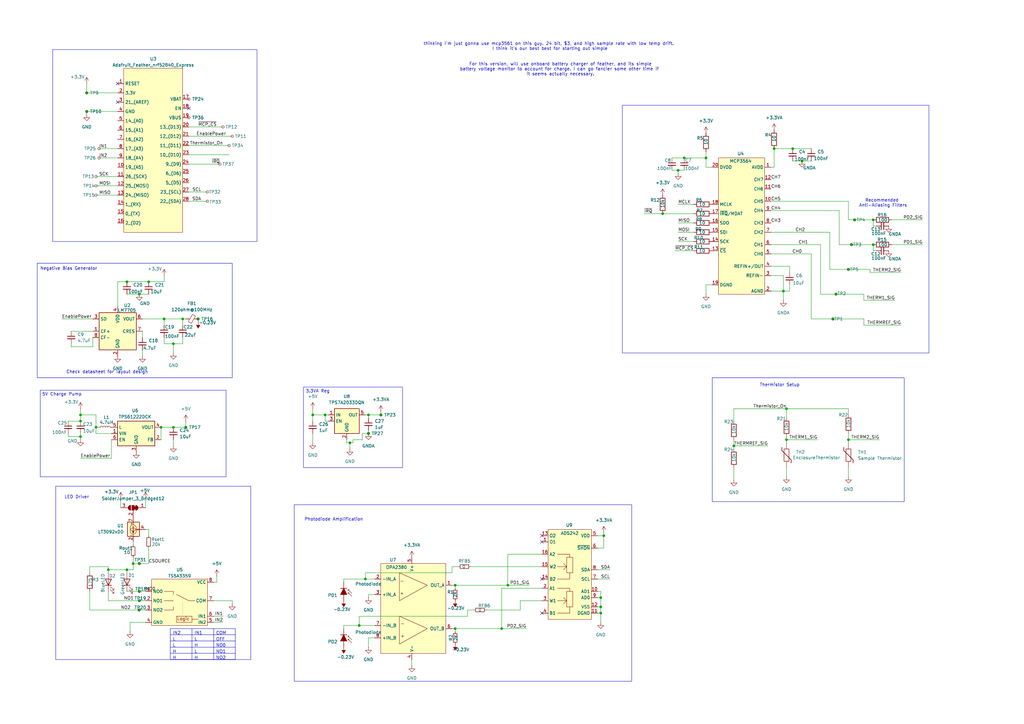
<source format=kicad_sch>
(kicad_sch (version 20250114) (generator "eeschema") (generator_version "9.0")
  (paper "A3")
  (rectangle (start 21.59 20.32) (end 105.41 99.06))
  (rectangle (start 120.65 207.01) (end 259.08 279.4))
  (rectangle (start 22.86 199.39) (end 102.87 270.51))
  (rectangle (start 255.27 43.18) (end 381 144.78))
  (rectangle (start 16.51 160.02) (end 92.71 195.58))
  (rectangle (start 124.46 158.75) (end 165.1 191.77))
  (rectangle (start 15.24 107.95) (end 95.25 154.94))
  (rectangle (start 292.1 154.94) (end 370.84 205.74))
  (text "For this version, will use onboard battery charger of feather, and its simple\nbattery voltage monitor to account for charge. I can go fancier some other time if \nit seems actually necessary.\n\n\n" (at 229.87 30.48 0) (effects (font (size 1.27 1.27))))
  (text "Check datasheet for layout design" (at 43.942 152.654 0) (effects (font (size 1.27 1.27))))
  (text "Photodiode Amplification" (at 136.906 213.106 0) (effects (font (size 1.27 1.27))))
  (text "3.3VA Reg" (at 130.302 160.528 0) (effects (font (size 1.27 1.27))))
  (text "Recommended \nAnti-Aliasing Filters\n" (at 362.204 83.312 0) (effects (font (size 1.27 1.27))))
  (text "thinking I'm just gonna use mcp3561 on this guy. 24 bit, $3, and high sample rate with low temp drift. \nI think it's our best best for starting out simple" (at 225.552 19.05 0) (effects (font (size 1.27 1.27))))
  (text "LED Driver" (at 31.496 203.962 0) (effects (font (size 1.27 1.27))))
  (text "5V Charge Pump" (at 25.4 161.798 0) (effects (font (size 1.27 1.27))))
  (text "Negative Bias Generator" (at 28.194 110.236 0) (effects (font (size 1.27 1.27))))
  (text "Thermistor Setup" (at 319.786 157.988 0) (effects (font (size 1.27 1.27))))
  (junction (at 57.15 246.38))
  (junction (at 208.28 240.03))
  (junction (at 247.65 219.71))
  (junction (at 66.04 175.26))
  (junction (at 278.13 69.85))
  (junction (at 289.56 64.77))
  (junction (at 205.74 257.81))
  (junction (at 76.2 175.26))
  (junction (at 341.63 130.81))
  (junction (at 44.45 233.68))
  (junction (at 54.61 231.14))
  (junction (at 321.31 119.38))
  (junction (at 156.21 170.18))
  (junction (at 35.56 38.1))
  (junction (at 328.93 66.04))
  (junction (at 350.52 90.17))
  (junction (at 57.15 231.14))
  (junction (at 317.5 60.96))
  (junction (at 33.02 179.07))
  (junction (at 57.0635 250.19))
  (junction (at 186.69 240.03))
  (junction (at 52.07 115.57))
  (junction (at 57.15 120.65))
  (junction (at 71.12 175.26))
  (junction (at 342.9 120.65))
  (junction (at 151.13 177.8))
  (junction (at 74.93 130.81))
  (junction (at 33.02 170.18))
  (junction (at 246.38 251.46))
  (junction (at 246.38 248.92))
  (junction (at 246.38 245.11))
  (junction (at 358.14 100.33))
  (junction (at 128.27 170.18))
  (junction (at 33.02 172.72))
  (junction (at 347.98 110.49))
  (junction (at 349.25 100.33))
  (junction (at 325.12 60.96))
  (junction (at 143.51 181.61))
  (junction (at 147.32 256.54))
  (junction (at 71.12 140.97))
  (junction (at 271.78 87.63))
  (junction (at 149.86 237.49))
  (junction (at 39.37 175.26))
  (junction (at 151.13 170.18))
  (junction (at 81.28 130.81))
  (junction (at 60.96 115.57))
  (junction (at 322.58 180.34))
  (junction (at 347.98 180.34))
  (junction (at 280.67 64.77))
  (junction (at 57.15 242.57))
  (junction (at 300.99 182.88))
  (junction (at 52.07 233.68))
  (junction (at 67.31 130.81))
  (junction (at 35.56 45.72))
  (junction (at 322.58 167.64))
  (junction (at 133.35 170.18))
  (junction (at 186.69 257.81))
  (junction (at 358.14 90.17))
  (no_connect (at 48.26 41.91))
  (no_connect (at 48.26 34.29))
  (no_connect (at 222.25 251.46))
  (no_connect (at 222.25 222.25))
  (no_connect (at 222.25 237.49))
  (no_connect (at 222.25 219.71))
  (no_connect (at 77.47 44.45))
  (wire (pts (xy 67.31 113.03) (xy 67.31 115.57)))
  (wire (pts (xy 186.69 257.81) (xy 186.69 259.08)))
  (wire (pts (xy 340.36 110.49) (xy 347.98 110.49)))
  (wire (pts (xy 144.78 180.34) (xy 148.59 180.34)))
  (wire (pts (xy 36.83 250.19) (xy 57.0635 250.19)))
  (wire (pts (xy 88.9 238.76) (xy 88.9 236.22)))
  (wire (pts (xy 222.25 241.3) (xy 205.74 241.3)))
  (wire (pts (xy 140.97 237.49) (xy 149.86 237.49)))
  (wire (pts (xy 57.15 120.65) (xy 60.96 120.65)))
  (wire (pts (xy 52.07 233.68) (xy 52.07 234.95)))
  (wire (pts (xy 95.25 246.38) (xy 95.25 247.65)))
  (wire (pts (xy 77.47 67.31) (xy 90.17 67.31)))
  (wire (pts (xy 67.31 130.81) (xy 74.93 130.81)))
  (wire (pts (xy 67.31 115.57) (xy 60.96 115.57)))
  (wire (pts (xy 205.74 241.3) (xy 205.74 257.81)))
  (wire (pts (xy 185.42 240.03) (xy 186.69 240.03)))
  (wire (pts (xy 57.0635 250.19) (xy 59.69 250.19)))
  (wire (pts (xy 300.99 182.88) (xy 314.96 182.88)))
  (wire (pts (xy 317.5 68.58) (xy 316.23 68.58)))
  (wire (pts (xy 247.65 219.71) (xy 245.11 219.71)))
  (wire (pts (xy 52.07 233.68) (xy 44.45 233.68)))
  (wire (pts (xy 365.76 90.17) (xy 378.46 90.17)))
  (wire (pts (xy 354.33 133.35) (xy 369.57 133.35)))
  (wire (pts (xy 246.38 245.11) (xy 245.11 245.11)))
  (wire (pts (xy 52.07 115.57) (xy 48.26 115.57)))
  (wire (pts (xy 87.63 255.27) (xy 91.44 255.27)))
  (wire (pts (xy 128.27 170.18) (xy 133.35 170.18)))
  (wire (pts (xy 300.99 180.34) (xy 300.99 182.88)))
  (wire (pts (xy 275.59 69.85) (xy 278.13 69.85)))
  (wire (pts (xy 39.37 175.26) (xy 40.64 175.26)))
  (wire (pts (xy 77.47 78.74) (xy 85.09 78.74)))
  (wire (pts (xy 186.69 257.81) (xy 205.74 257.81)))
  (wire (pts (xy 148.59 177.8) (xy 151.13 177.8)))
  (wire (pts (xy 185.42 234.95) (xy 185.42 232.41)))
  (wire (pts (xy 316.23 82.55) (xy 347.98 82.55)))
  (wire (pts (xy 278.13 69.85) (xy 280.67 69.85)))
  (wire (pts (xy 128.27 170.18) (xy 128.27 172.72)))
  (wire (pts (xy 245.11 224.79) (xy 247.65 224.79)))
  (wire (pts (xy 247.65 219.71) (xy 247.65 224.79)))
  (wire (pts (xy 275.59 64.77) (xy 280.67 64.77)))
  (wire (pts (xy 325.12 66.04) (xy 328.93 66.04)))
  (wire (pts (xy 81.28 130.81) (xy 81.28 132.08)))
  (wire (pts (xy 246.38 245.11) (xy 246.38 248.92)))
  (wire (pts (xy 245.11 233.68) (xy 250.19 233.68)))
  (wire (pts (xy 322.58 180.34) (xy 335.28 180.34)))
  (wire (pts (xy 185.42 257.81) (xy 186.69 257.81)))
  (wire (pts (xy 153.67 261.62) (xy 151.13 261.62)))
  (wire (pts (xy 128.27 177.8) (xy 128.27 181.61)))
  (wire (pts (xy 316.23 104.14) (xy 332.74 104.14)))
  (wire (pts (xy 347.98 180.34) (xy 347.98 181.61)))
  (wire (pts (xy 66.04 175.26) (xy 71.12 175.26)))
  (wire (pts (xy 340.36 110.49) (xy 340.36 95.25)))
  (wire (pts (xy 289.56 116.84) (xy 289.56 120.65)))
  (wire (pts (xy 53.34 255.27) (xy 53.34 259.08)))
  (wire (pts (xy 340.36 95.25) (xy 316.23 95.25)))
  (wire (pts (xy 149.86 234.95) (xy 149.86 237.49)))
  (wire (pts (xy 74.93 140.97) (xy 71.12 140.97)))
  (wire (pts (xy 246.38 242.57) (xy 246.38 245.11)))
  (wire (pts (xy 317.5 60.96) (xy 325.12 60.96)))
  (wire (pts (xy 354.33 123.19) (xy 367.03 123.19)))
  (wire (pts (xy 38.1 130.81) (xy 25.4 130.81)))
  (wire (pts (xy 316.23 109.22) (xy 323.85 109.22)))
  (wire (pts (xy 151.13 176.53) (xy 151.13 177.8)))
  (wire (pts (xy 67.31 138.43) (xy 67.31 140.97)))
  (wire (pts (xy 246.38 248.92) (xy 246.38 251.46)))
  (wire (pts (xy 316.23 113.03) (xy 321.31 113.03)))
  (wire (pts (xy 52.07 120.65) (xy 57.15 120.65)))
  (wire (pts (xy 213.36 246.38) (xy 213.36 250.19)))
  (wire (pts (xy 35.56 45.72) (xy 35.56 46.99)))
  (wire (pts (xy 151.13 243.84) (xy 151.13 245.11)))
  (wire (pts (xy 147.32 252.73) (xy 147.32 256.54)))
  (wire (pts (xy 45.72 187.96) (xy 45.72 180.34)))
  (wire (pts (xy 289.56 68.58) (xy 292.1 68.58)))
  (wire (pts (xy 67.31 130.81) (xy 67.31 133.35)))
  (wire (pts (xy 128.27 167.64) (xy 128.27 170.18)))
  (wire (pts (xy 354.33 130.81) (xy 354.33 133.35)))
  (wire (pts (xy 44.45 233.68) (xy 44.45 234.95)))
  (wire (pts (xy 151.13 170.18) (xy 151.13 171.45)))
  (wire (pts (xy 156.21 168.91) (xy 156.21 170.18)))
  (wire (pts (xy 44.45 232.41) (xy 36.83 232.41)))
  (wire (pts (xy 54.61 228.6) (xy 54.61 231.14)))
  (wire (pts (xy 316.23 100.33) (xy 336.55 100.33)))
  (wire (pts (xy 39.37 72.39) (xy 48.26 72.39)))
  (wire (pts (xy 71.12 140.97) (xy 67.31 140.97)))
  (wire (pts (xy 322.58 180.34) (xy 322.58 181.61)))
  (wire (pts (xy 54.61 233.68) (xy 54.61 231.14)))
  (wire (pts (xy 39.37 80.01) (xy 48.26 80.01)))
  (wire (pts (xy 144.78 181.61) (xy 143.51 181.61)))
  (wire (pts (xy 87.63 252.73) (xy 91.44 252.73)))
  (wire (pts (xy 332.74 130.81) (xy 341.63 130.81)))
  (wire (pts (xy 66.04 175.26) (xy 66.04 180.34)))
  (wire (pts (xy 39.37 175.26) (xy 39.37 177.8)))
  (wire (pts (xy 322.58 191.77) (xy 322.58 195.58)))
  (wire (pts (xy 168.91 270.51) (xy 168.91 273.05)))
  (wire (pts (xy 347.98 180.34) (xy 360.68 180.34)))
  (wire (pts (xy 328.93 66.04) (xy 332.74 66.04)))
  (wire (pts (xy 292.1 116.84) (xy 289.56 116.84)))
  (wire (pts (xy 347.98 90.17) (xy 350.52 90.17)))
  (wire (pts (xy 45.72 177.8) (xy 39.37 177.8)))
  (wire (pts (xy 74.93 130.81) (xy 76.2 130.81)))
  (wire (pts (xy 276.86 102.87) (xy 284.48 102.87)))
  (wire (pts (xy 40.64 60.96) (xy 48.26 60.96)))
  (wire (pts (xy 354.33 120.65) (xy 354.33 123.19)))
  (wire (pts (xy 246.38 242.57) (xy 245.11 242.57)))
  (wire (pts (xy 148.59 180.34) (xy 148.59 177.8)))
  (wire (pts (xy 60.96 224.79) (xy 60.96 231.14)))
  (wire (pts (xy 278.13 71.12) (xy 278.13 69.85)))
  (wire (pts (xy 153.67 243.84) (xy 151.13 243.84)))
  (wire (pts (xy 271.78 87.63) (xy 284.48 87.63)))
  (wire (pts (xy 134.62 172.72) (xy 133.35 172.72)))
  (wire (pts (xy 322.58 171.45) (xy 322.58 167.64)))
  (wire (pts (xy 342.9 120.65) (xy 354.33 120.65)))
  (wire (pts (xy 133.35 172.72) (xy 133.35 170.18)))
  (wire (pts (xy 336.55 100.33) (xy 336.55 120.65)))
  (wire (pts (xy 144.78 180.34) (xy 144.78 181.61)))
  (wire (pts (xy 153.67 256.54) (xy 147.32 256.54)))
  (wire (pts (xy 39.37 170.18) (xy 39.37 175.26)))
  (wire (pts (xy 300.99 191.77) (xy 300.99 196.85)))
  (wire (pts (xy 71.12 180.34) (xy 71.12 182.88)))
  (wire (pts (xy 151.13 261.62) (xy 151.13 265.43)))
  (wire (pts (xy 29.21 135.89) (xy 38.1 135.89)))
  (wire (pts (xy 264.16 87.63) (xy 271.78 87.63)))
  (wire (pts (xy 247.65 218.44) (xy 247.65 219.71)))
  (wire (pts (xy 317.5 60.96) (xy 317.5 68.58)))
  (wire (pts (xy 186.69 240.03) (xy 208.28 240.03)))
  (wire (pts (xy 284.48 95.25) (xy 278.13 95.25)))
  (wire (pts (xy 33.02 179.07) (xy 33.02 177.8)))
  (wire (pts (xy 349.25 100.33) (xy 358.14 100.33)))
  (wire (pts (xy 245.11 237.49) (xy 250.19 237.49)))
  (wire (pts (xy 36.83 250.19) (xy 36.83 242.57)))
  (wire (pts (xy 280.67 64.77) (xy 289.56 64.77)))
  (wire (pts (xy 199.39 250.19) (xy 213.36 250.19)))
  (wire (pts (xy 39.37 76.2) (xy 48.26 76.2)))
  (wire (pts (xy 325.12 60.96) (xy 332.74 60.96)))
  (wire (pts (xy 347.98 177.8) (xy 347.98 180.34)))
  (wire (pts (xy 322.58 179.07) (xy 322.58 180.34)))
  (wire (pts (xy 246.38 251.46) (xy 245.11 251.46)))
  (wire (pts (xy 76.2 172.72) (xy 76.2 175.26)))
  (wire (pts (xy 246.38 248.92) (xy 245.11 248.92)))
  (wire (pts (xy 133.35 170.18) (xy 134.62 170.18)))
  (wire (pts (xy 36.83 232.41) (xy 36.83 234.95)))
  (wire (pts (xy 71.12 140.97) (xy 71.12 144.78)))
  (wire (pts (xy 57.15 246.38) (xy 59.69 246.38)))
  (wire (pts (xy 58.42 135.89) (xy 58.42 138.43)))
  (wire (pts (xy 278.13 83.82) (xy 284.48 83.82)))
  (wire (pts (xy 74.93 130.81) (xy 74.93 133.35)))
  (wire (pts (xy 222.25 246.38) (xy 213.36 246.38)))
  (wire (pts (xy 300.99 167.64) (xy 300.99 172.72)))
  (wire (pts (xy 33.02 170.18) (xy 39.37 170.18)))
  (wire (pts (xy 44.45 232.41) (xy 44.45 233.68)))
  (wire (pts (xy 322.58 167.64) (xy 347.98 167.64)))
  (wire (pts (xy 53.34 255.27) (xy 59.69 255.27)))
  (wire (pts (xy 48.26 115.57) (xy 48.26 125.73)))
  (wire (pts (xy 208.28 227.33) (xy 208.28 240.03)))
  (wire (pts (xy 76.2 175.26) (xy 71.12 175.26)))
  (wire (pts (xy 58.42 130.81) (xy 67.31 130.81)))
  (wire (pts (xy 57.15 231.14) (xy 54.61 231.14)))
  (wire (pts (xy 77.47 59.69) (xy 93.98 59.69)))
  (wire (pts (xy 278.13 91.44) (xy 284.48 91.44)))
  (wire (pts (xy 40.64 64.77) (xy 48.26 64.77)))
  (wire (pts (xy 222.25 227.33) (xy 208.28 227.33)))
  (wire (pts (xy 48.26 38.1) (xy 35.56 38.1)))
  (wire (pts (xy 289.56 64.77) (xy 289.56 68.58)))
  (wire (pts (xy 77.47 52.07) (xy 91.44 52.07)))
  (wire (pts (xy 347.98 110.49) (xy 356.87 110.49)))
  (wire (pts (xy 54.61 222.25) (xy 54.61 223.52)))
  (wire (pts (xy 87.63 246.38) (xy 95.25 246.38)))
  (wire (pts (xy 27.94 172.72) (xy 33.02 172.72)))
  (wire (pts (xy 57.15 242.57) (xy 59.69 242.57)))
  (wire (pts (xy 347.98 82.55) (xy 347.98 90.17)))
  (wire (pts (xy 289.56 62.23) (xy 289.56 64.77)))
  (wire (pts (xy 356.87 110.49) (xy 356.87 111.76)))
  (wire (pts (xy 60.96 217.17) (xy 59.69 217.17)))
  (wire (pts (xy 322.58 167.64) (xy 300.99 167.64)))
  (wire (pts (xy 60.96 115.57) (xy 52.07 115.57)))
  (wire (pts (xy 59.69 204.47) (xy 59.69 208.28)))
  (wire (pts (xy 33.02 179.07) (xy 33.02 180.34)))
  (wire (pts (xy 316.23 119.38) (xy 321.31 119.38)))
  (wire (pts (xy 33.02 167.64) (xy 33.02 170.18)))
  (wire (pts (xy 323.85 116.84) (xy 323.85 119.38)))
  (wire (pts (xy 33.02 187.96) (xy 45.72 187.96)))
  (wire (pts (xy 358.14 90.17) (xy 358.14 92.71)))
  (wire (pts (xy 359.41 102.87) (xy 358.14 102.87)))
  (wire (pts (xy 60.96 219.71) (xy 60.96 217.17)))
  (wire (pts (xy 77.47 63.5) (xy 93.98 63.5)))
  (wire (pts (xy 29.21 142.24) (xy 29.21 140.97)))
  (wire (pts (xy 87.63 238.76) (xy 88.9 238.76)))
  (wire (pts (xy 323.85 119.38) (xy 321.31 119.38)))
  (wire (pts (xy 44.45 246.38) (xy 44.45 242.57)))
  (wire (pts (xy 347.98 167.64) (xy 347.98 170.18)))
  (wire (pts (xy 35.56 38.1) (xy 35.56 34.29)))
  (wire (pts (xy 191.77 250.19) (xy 191.77 252.73)))
  (wire (pts (xy 359.41 92.71) (xy 358.14 92.71)))
  (wire (pts (xy 52.07 242.57) (xy 57.15 242.57)))
  (wire (pts (xy 332.74 104.14) (xy 332.74 130.81)))
  (wire (pts (xy 185.42 234.95) (xy 149.86 234.95)))
  (wire (pts (xy 151.13 170.18) (xy 156.21 170.18)))
  (wire (pts (xy 44.45 246.38) (xy 57.15 246.38)))
  (wire (pts (xy 341.63 130.81) (xy 354.33 130.81)))
  (wire (pts (xy 60.96 231.14) (xy 57.15 231.14)))
  (wire (pts (xy 208.28 240.03) (xy 217.17 240.03)))
  (wire (pts (xy 143.51 181.61) (xy 143.51 184.15)))
  (wire (pts (xy 77.47 82.55) (xy 85.09 82.55)))
  (wire (pts (xy 300.99 182.88) (xy 300.99 184.15)))
  (wire (pts (xy 191.77 250.19) (xy 194.31 250.19)))
  (wire (pts (xy 38.1 138.43) (xy 38.1 142.24)))
  (wire (pts (xy 33.02 170.18) (xy 33.02 172.72)))
  (wire (pts (xy 52.07 233.68) (xy 54.61 233.68)))
  (wire (pts (xy 140.97 256.54) (xy 140.97 257.81)))
  (wire (pts (xy 347.98 191.77) (xy 347.98 195.58)))
  (wire (pts (xy 27.94 179.07) (xy 27.94 177.8)))
  (wire (pts (xy 153.67 237.49) (xy 149.86 237.49)))
  (wire (pts (xy 321.31 113.03) (xy 321.31 119.38)))
  (wire (pts (xy 365.76 100.33) (xy 378.46 100.33)))
  (wire (pts (xy 147.32 256.54) (xy 140.97 256.54)))
  (wire (pts (xy 205.74 257.81) (xy 215.9 257.81)))
  (wire (pts (xy 142.24 180.34) (xy 142.24 181.61)))
  (wire (pts (xy 48.26 45.72) (xy 35.56 45.72)))
  (wire (pts (xy 58.42 143.51) (xy 58.42 146.05)))
  (wire (pts (xy 344.17 100.33) (xy 349.25 100.33)))
  (wire (pts (xy 358.14 100.33) (xy 358.14 102.87)))
  (wire (pts (xy 246.38 251.46) (xy 246.38 255.27)))
  (wire (pts (xy 316.23 86.36) (xy 344.17 86.36)))
  (wire (pts (xy 356.87 111.76) (xy 369.57 111.76)))
  (wire (pts (xy 321.31 119.38) (xy 321.31 123.19)))
  (wire (pts (xy 336.55 120.65) (xy 342.9 120.65)))
  (wire (pts (xy 147.32 252.73) (xy 191.77 252.73)))
  (wire (pts (xy 38.1 142.24) (xy 29.21 142.24)))
  (wire (pts (xy 27.94 179.07) (xy 33.02 179.07)))
  (wire (pts (xy 185.42 232.41) (xy 187.96 232.41)))
  (wire (pts (xy 49.53 204.47) (xy 49.53 208.28)))
  (wire (pts (xy 74.93 138.43) (xy 74.93 140.97)))
  (wire (pts (xy 278.13 99.06) (xy 284.48 99.06)))
  (wire (pts (xy 323.85 109.22) (xy 323.85 111.76)))
  (wire (pts (xy 77.47 55.88) (xy 95.25 55.88)))
  (wire (pts (xy 186.69 240.03) (xy 186.69 241.3)))
  (wire (pts (xy 140.97 237.49) (xy 140.97 238.76)))
  (wire (pts (xy 142.24 181.61) (xy 143.51 181.61)))
  (wire (pts (xy 344.17 86.36) (xy 344.17 100.33)))
  (wire (pts (xy 193.04 232.41) (xy 222.25 232.41)))
  (wire (pts (xy 350.52 90.17) (xy 358.14 90.17)))
  (wire (pts (xy 151.13 170.18) (xy 149.86 170.18)))
  (table (column_count 3) (border (external yes) (header yes)) (separators (rows yes) (cols yes)) (column_widths 8.89 8.89 8.89) (row_heights 2.54 2.54 2.54 2.54 2.54) (cells (table_cell "IN2" (at 69.85 257.81 0) (size 8.89 2.54) (margins 0.9525 0.9525 0.9525 0.9525) (span 1 1)) (table_cell "IN1" (at 78.74 257.81 0) (size 8.89 2.54) (margins 0.9525 0.9525 0.9525 0.9525) (span 1 1)) (table_cell "COM" (at 87.63 257.81 0) (size 8.89 2.54) (margins 0.9525 0.9525 0.9525 0.9525) (span 1 1)) (table_cell "L" (at 69.85 260.35 0) (size 8.89 2.54) (margins 0.9525 0.9525 0.9525 0.9525) (span 1 1)) (table_cell "L" (at 78.74 260.35 0) (size 8.89 2.54) (margins 0.9525 0.9525 0.9525 0.9525) (span 1 1)) (table_cell "OFF" (at 87.63 260.35 0) (size 8.89 2.54) (margins 0.9525 0.9525 0.9525 0.9525) (span 1 1)) (table_cell "L" (at 69.85 262.89 0) (size 8.89 2.54) (margins 0.9525 0.9525 0.9525 0.9525) (span 1 1)) (table_cell "H" (at 78.74 262.89 0) (size 8.89 2.54) (margins 0.9525 0.9525 0.9525 0.9525) (span 1 1)) (table_cell "NO0" (at 87.63 262.89 0) (size 8.89 2.54) (margins 0.9525 0.9525 0.9525 0.9525) (span 1 1)) (table_cell "H" (at 69.85 265.43 0) (size 8.89 2.54) (margins 0.9525 0.9525 0.9525 0.9525) (span 1 1)) (table_cell "L" (at 78.74 265.43 0) (size 8.89 2.54) (margins 0.9525 0.9525 0.9525 0.9525) (span 1 1)) (table_cell "NO1" (at 87.63 265.43 0) (size 8.89 2.54) (margins 0.9525 0.9525 0.9525 0.9525) (span 1 1)) (table_cell "H" (at 69.85 267.97 0) (size 8.89 2.54) (margins 0.9525 0.9525 0.9525 0.9525) (span 1 1)) (table_cell "H" (at 78.74 267.97 0) (size 8.89 2.54) (margins 0.9525 0.9525 0.9525 0.9525) (span 1 1)) (table_cell "NO2" (at 87.63 267.97 0) (size 8.89 2.54) (margins 0.9525 0.9525 0.9525 0.9525) (span 1 1))))
  (label "MISO" (at 278.13 91.44 0))
  (label "Thermistor_On" (at 91.44 59.69 180))
  (label "SDA" (at 82.55 82.55 180))
  (label "CH4" (at 316.23 86.36 0))
  (label "THERM2_SIG" (at 360.68 180.34 180))
  (label "CH6" (at 316.23 77.47 0))
  (label "~{IRQ}" (at 264.16 87.63 0))
  (label "MISO" (at 40.64 80.01 0))
  (label "CH1" (at 331.47 100.33 180))
  (label "EnablePower" (at 92.71 55.88 180))
  (label "SCK" (at 40.64 72.39 0))
  (label "THERM2_SIG" (at 369.57 111.76 180))
  (label "CH7" (at 316.23 73.66 0))
  (label "CH3" (at 316.23 91.44 0))
  (label "IN1" (at 91.44 252.73 180))
  (label "THERM1_SIG" (at 367.03 123.19 180))
  (label "NO1" (at 50.8 246.38 0))
  (label "CH2" (at 330.2 95.25 180))
  (label "IN1" (at 40.64 60.96 0))
  (label "IN2" (at 40.64 64.77 0))
  (label "PD1_SIG" (at 378.46 100.33 180))
  (label "MOSI" (at 278.13 95.25 0))
  (label "SCL" (at 250.19 237.49 180))
  (label "IN2" (at 91.44 255.27 180))
  (label "SCK" (at 278.13 99.06 0))
  (label "~{MCP_CS}" (at 88.9 52.07 180))
  (label "~{IRQ}" (at 90.17 67.31 180))
  (label "THERMREF_SIG" (at 369.57 133.35 180))
  (label "CH0" (at 328.93 104.14 180))
  (label "CH5" (at 316.23 82.55 0))
  (label "Thermistor_On" (at 322.58 167.64 180))
  (label "NO0" (at 59.69 242.57 0))
  (label "SDA" (at 250.19 233.68 180))
  (label "THERM1_SIG" (at 335.28 180.34 180))
  (label "PD1_SIG" (at 217.17 240.03 180))
  (label "EnablePower" (at 25.4 130.81 0))
  (label "SCL" (at 82.55 78.74 180))
  (label "MCLK" (at 278.13 83.82 0))
  (label "PD2_SIG" (at 378.46 90.17 180))
  (label "THERMREF_SIG" (at 314.96 182.88 180))
  (label "MOSI" (at 40.64 76.2 0))
  (label "PD2_SIG" (at 215.9 257.81 180))
  (label "NO2" (at 49.53 250.19 0))
  (label "CSOURCE" (at 60.96 231.14 0))
  (label "EnablePower" (at 33.02 187.96 0))
  (label "~{MCP_CS}" (at 276.86 102.87 0))
  (symbol (lib_id "power:GND") (at 55.88 185.42 0) (unit 1)
    (property "Reference" "#PWR040" (effects (hide yes)))
    (property "Value" "GND" (at 55.88 190.5 0))
    (property "Description" "Power symbol creates a global label with name \"GND\" , ground" (effects (hide yes)))
  )
  (symbol (lib_id "power:GND") (at 246.38 255.27 0) (unit 1)
    (property "Reference" "#PWR052" (effects (hide yes)))
    (property "Value" "GND" (at 246.38 260.35 0))
    (property "Description" "Power symbol creates a global label with name \"GND\" , ground" (effects (hide yes)))
  )
  (symbol (lib_id "Device:L_Small") (at 43.18 175.26 90) (unit 1)
    (property "Reference" "L1" (at 43.688 171.196 90))
    (property "Value" "4.7uH" (at 43.688 173.228 90))
    (property "Footprint" "Inductor_SMD:L_0603_1608Metric" (effects (hide yes)))
    (property "Description" "Inductor, small symbol" (effects (hide yes)))
  )
  (symbol (lib_id "Device:C_Small") (at 151.13 173.99 0) (unit 1)
    (property "Reference" "C27" (at 153.67 172.7262 0) (effects (justify left)))
    (property "Value" "1uF" (at 153.67 175.2662 0) (effects (justify left)))
    (property "Footprint" "Capacitor_SMD:C_0603_1608Metric" (effects (hide yes)))
    (property "Description" "Unpolarized capacitor, small symbol" (effects (hide yes)))
  )
  (symbol (lib_id "power:+3.3V") (at 49.53 204.47 0) (unit 1)
    (property "Reference" "#PWR053" (effects (hide yes)))
    (property "Value" "+3.3V" (at 45.72 201.676 0))
    (property "Description" "Power symbol creates a global label with name \"+3.3V\"" (effects (hide yes)))
  )
  (symbol (lib_id "power:GND") (at 57.15 120.65 0) (unit 1)
    (property "Reference" "#PWR037" (effects (hide yes)))
    (property "Value" "GND" (at 59.436 124.46 0))
    (property "Description" "Power symbol creates a global label with name \"GND\" , ground" (effects (hide yes)))
  )
  (symbol (lib_id "power:+5V") (at 88.9 236.22 0) (unit 1)
    (property "Reference" "#PWR018" (effects (hide yes)))
    (property "Value" "+5V" (at 88.9 231.14 0))
    (property "Description" "Power symbol creates a global label with name \"+5V\"" (effects (hide yes)))
  )
  (symbol (lib_id "Connector:TestPoint_Small") (at 39.37 80.01 0) (unit 1)
    (property "Reference" "TP15" (at 34.036 80.01 0) (effects (justify left)))
    (property "Value" "TestPoint_Small" (effects (hide yes)))
    (property "Footprint" "TestPoint:TestPoint_Keystone_5000-5004_Miniature" (effects (hide yes)))
    (property "Description" "test point" (effects (hide yes)))
  )
  (symbol (lib_id "Regulator_Switching:TPS61222DCK") (at 55.88 177.8 0) (unit 1)
    (property "Reference" "U6" (at 55.372 168.402 0))
    (property "Value" "TPS61222DCK" (at 55.372 170.942 0))
    (property "Footprint" "Package_TO_SOT_SMD:Texas_R-PDSO-G6" (effects (hide yes)))
    (property "Datasheet" "http://www.ti.com/lit/ds/symlink/tps61220.pdf" (effects (hide yes)))
    (property "Description" "400 mA Step-Up Converter, Fixed 5V Output Voltage, 0.7-5.5V Input Voltage, SC-70" (effects (hide yes)))
  )
  (symbol (lib_id "power:+3.3V") (at 33.02 167.64 0) (unit 1)
    (property "Reference" "#PWR038" (effects (hide yes)))
    (property "Value" "+3.3V" (at 29.21 164.846 0))
    (property "Description" "Power symbol creates a global label with name \"+3.3V\"" (effects (hide yes)))
  )
  (symbol (lib_id "power:GND") (at 128.27 181.61 0) (unit 1)
    (property "Reference" "#PWR043" (effects (hide yes)))
    (property "Value" "GND" (at 128.27 186.69 0))
    (property "Description" "Power symbol creates a global label with name \"GND\" , ground" (effects (hide yes)))
  )
  (symbol (lib_id "-project-library:AD5242") (at 238.76 219.71 0) (mirror y) (unit 1)
    (property "Reference" "U9" (at 233.426 215.392 0))
    (property "Value" "AD5242" (at 233.68 218.694 0))
    (property "Footprint" "Package_SO:TSSOP-16_4.4x5mm_P0.65mm" (effects (hide yes)))
  )
  (symbol (lib_id "Device:R") (at 288.29 87.63 90) (unit 1)
    (property "Reference" "R7" (at 288.29 86.36 90) (effects (justify left)))
    (property "Value" "10" (at 289.306 87.63 90) (effects (justify left)))
    (property "Footprint" "Resistor_SMD:R_0603_1608Metric" (effects (hide yes)))
    (property "Description" "Resistor" (effects (hide yes)))
  )
  (symbol (lib_id "-project-library:TS5A3359") (at 74.93 234.95 0) (unit 1)
    (property "Reference" "U5" (at 73.66 233.68 0))
    (property "Value" "TS5A3359" (at 73.66 236.22 0))
    (property "Footprint" "Package_SO:VSSOP-8_2.3x2mm_P0.5mm" (effects (hide yes)))
  )
  (symbol (lib_id "Device:R") (at 322.58 175.26 0) (unit 1)
    (property "Reference" "R21" (at 318.516 171.704 0) (effects (justify left)))
    (property "Value" "10k" (at 322.58 176.784 90) (effects (justify left)))
    (property "Footprint" "Resistor_SMD:R_0603_1608Metric" (effects (hide yes)))
    (property "Description" "Resistor" (effects (hide yes)))
  )
  (symbol (lib_id "Connector:TestPoint_Small") (at 85.09 82.55 0) (unit 1)
    (property "Reference" "TP33" (at 85.852 82.804 0) (effects (justify left)))
    (property "Value" "TestPoint_Small" (effects (hide yes)))
    (property "Footprint" "TestPoint:TestPoint_Keystone_5000-5004_Miniature" (effects (hide yes)))
    (property "Description" "test point" (effects (hide yes)))
  )
  (symbol (lib_id "Device:C_Small") (at 60.96 118.11 0) (unit 1)
    (property "Reference" "C21" (at 63.5 116.8462 0) (effects (justify left)))
    (property "Value" "10uF" (at 61.722 119.634 0) (effects (justify left)))
    (property "Footprint" "Capacitor_SMD:C_0603_1608Metric" (effects (hide yes)))
    (property "Description" "Unpolarized capacitor, small symbol" (effects (hide yes)))
  )
  (symbol (lib_id "Device:R") (at 36.83 238.76 180) (unit 1)
    (property "Reference" "R3" (at 37.846 237.744 0) (effects (justify right)))
    (property "Value" "175" (at 37.084 240.792 90) (effects (justify right)))
    (property "Footprint" "Resistor_SMD:R_0603_1608Metric" (effects (hide yes)))
    (property "Description" "Resistor" (effects (hide yes)))
  )
  (symbol (lib_id "Device:C_Small") (at 332.74 63.5 0) (unit 1)
    (property "Reference" "C5" (at 335.28 62.2362 0) (effects (justify left)))
    (property "Value" "100nF" (at 333.756 65.024 0) (effects (justify left)))
    (property "Footprint" "Capacitor_SMD:C_0603_1608Metric" (effects (hide yes)))
    (property "Description" "Unpolarized capacitor, small symbol" (effects (hide yes)))
  )
  (symbol (lib_id "Connector:TestPoint_Small") (at 350.52 90.17 0) (unit 1)
    (property "Reference" "TP4" (at 351.282 90.17 0) (effects (justify left)))
    (property "Value" "TestPoint_Small" (effects (hide yes)))
    (property "Footprint" "TestPoint:TestPoint_Keystone_5000-5004_Miniature" (effects (hide yes)))
    (property "Description" "test point" (effects (hide yes)))
  )
  (symbol (lib_id "power:GND") (at 364.49 102.87 0) (unit 1)
    (property "Reference" "#PWR026" (effects (hide yes)))
    (property "Value" "GNDA" (at 367.03 106.172 0))
    (property "Description" "Power symbol creates a global label with name \"GND\" , ground" (effects (hide yes)))
  )
  (symbol (lib_id "Device:R_Small") (at 196.85 250.19 90) (unit 1)
    (property "Reference" "RFB6" (at 198.628 248.412 90))
    (property "Value" "0" (at 196.85 250.19 90))
    (property "Footprint" "Resistor_SMD:R_0603_1608Metric" (effects (hide yes)))
    (property "Description" "Resistor, small symbol" (effects (hide yes)))
  )
  (symbol (lib_id "-project-library:OPA2380") (at 170.18 227.33 0) (unit 1)
    (property "Reference" "U7" (at 159.766 229.616 0) (effects (justify left)))
    (property "Value" "OPA2380" (at 158.242 232.664 0) (effects (justify left)))
    (property "Footprint" "Package_SO:MSOP-8_3x3mm_P0.65mm" (effects (hide yes)))
  )
  (symbol (lib_id "Connector:TestPoint_Small") (at 77.47 40.64 0) (unit 1)
    (property "Reference" "TP24" (at 78.74 40.6399 0) (effects (justify left)))
    (property "Value" "TestPoint_Small" (effects (hide yes)))
    (property "Footprint" "TestPoint:TestPoint_Keystone_5000-5004_Miniature" (effects (hide yes)))
    (property "Description" "test point" (effects (hide yes)))
  )
  (symbol (lib_id "Device:R_Small") (at 186.69 243.84 0) (unit 1)
    (property "Reference" "R1" (at 183.388 242.824 0) (effects (justify left)))
    (property "Value" "2K" (at 186.69 245.11 90) (effects (justify left)))
    (property "Footprint" "Resistor_SMD:R_0603_1608Metric" (effects (hide yes)))
    (property "Description" "Resistor, small symbol" (effects (hide yes)))
  )
  (symbol (lib_id "power:+5V") (at 76.2 172.72 0) (unit 1)
    (property "Reference" "#PWR042" (effects (hide yes)))
    (property "Value" "+5V" (at 76.2 167.64 0))
    (property "Description" "Power symbol creates a global label with name \"+5V\"" (effects (hide yes)))
  )
  (symbol (lib_id "Device:C_Small") (at 323.85 114.3 0) (unit 1)
    (property "Reference" "C6" (at 326.39 113.0362 0) (effects (justify left)))
    (property "Value" "10uF" (at 325.12 116.078 0) (effects (justify left)))
    (property "Footprint" "Capacitor_SMD:C_0603_1608Metric" (effects (hide yes)))
    (property "Description" "Unpolarized capacitor, small symbol" (effects (hide yes)))
  )
  (symbol (lib_id "Device:R") (at 347.98 173.99 0) (unit 1)
    (property "Reference" "R22" (at 343.916 170.18 0) (effects (justify left)))
    (property "Value" "10k" (at 347.98 175.514 90) (effects (justify left)))
    (property "Footprint" "Resistor_SMD:R_0603_1608Metric" (effects (hide yes)))
    (property "Description" "Resistor" (effects (hide yes)))
  )
  (symbol (lib_id "power:GND") (at 58.42 146.05 0) (unit 1)
    (property "Reference" "#PWR035" (effects (hide yes)))
    (property "Value" "GND" (at 58.42 151.13 0))
    (property "Description" "Power symbol creates a global label with name \"GND\" , ground" (effects (hide yes)))
  )
  (symbol (lib_id "power:-5V") (at 186.69 264.16 180) (unit 1)
    (property "Reference" "#PWR016" (effects (hide yes)))
    (property "Value" "-0.23V" (at 188.976 266.446 0))
    (property "Description" "Power symbol creates a global label with name \"-5V\"" (effects (hide yes)))
  )
  (symbol (lib_id "power:GND") (at 151.13 177.8 0) (unit 1)
    (property "Reference" "#PWR045" (effects (hide yes)))
    (property "Value" "GNDA" (at 151.13 182.88 0))
    (property "Description" "Power symbol creates a global label with name \"GND\" , ground" (effects (hide yes)))
  )
  (symbol (lib_id "power:GND") (at 322.58 195.58 0) (unit 1)
    (property "Reference" "#PWR047" (effects (hide yes)))
    (property "Value" "GND" (at 322.58 200.66 0))
    (property "Description" "Power symbol creates a global label with name \"GND\" , ground" (effects (hide yes)))
  )
  (symbol (lib_id "Connector:TestPoint_Small") (at 151.13 177.8 0) (unit 1)
    (property "Reference" "TP27" (at 152.4 177.7999 0) (effects (justify left)))
    (property "Value" "TestPoint_Small" (effects (hide yes)))
    (property "Footprint" "TestPoint:TestPoint_Keystone_5000-5004_Miniature" (effects (hide yes)))
    (property "Description" "test point" (effects (hide yes)))
  )
  (symbol (lib_id "Connector:TestPoint_Small") (at 81.28 130.81 0) (unit 1)
    (property "Reference" "TP16" (at 82.55 130.8099 0) (effects (justify left)))
    (property "Value" "TestPoint_Small" (effects (hide yes)))
    (property "Footprint" "TestPoint:TestPoint_Keystone_5000-5004_Miniature" (effects (hide yes)))
    (property "Description" "test point" (effects (hide yes)))
  )
  (symbol (lib_id "Device:R_Small") (at 54.61 226.06 180) (unit 1)
    (property "Reference" "Rout1" (at 48.768 224.79 0) (effects (justify right)))
    (property "Value" "10" (at 50.8 226.568 0) (effects (justify right)))
    (property "Footprint" "Resistor_SMD:R_0603_1608Metric" (effects (hide yes)))
    (property "Description" "Resistor, small symbol" (effects (hide yes)))
  )
  (symbol (lib_id "Device:R_Small") (at 60.96 222.25 180) (unit 1)
    (property "Reference" "Rset1" (at 61.976 221.234 0) (effects (justify right)))
    (property "Value" "20k" (at 62.23 223.266 0) (effects (justify right)))
    (property "Footprint" "Resistor_SMD:R_0603_1608Metric" (effects (hide yes)))
    (property "Description" "Resistor, small symbol" (effects (hide yes)))
  )
  (symbol (lib_id "Connector:TestPoint_Small") (at 35.56 45.72 0) (unit 1)
    (property "Reference" "TP10" (at 36.83 45.7199 0) (effects (justify left)))
    (property "Value" "TestPoint_Small" (effects (hide yes)))
    (property "Footprint" "TestPoint:TestPoint_Keystone_5000-5004_Miniature" (effects (hide yes)))
    (property "Description" "test point" (effects (hide yes)))
  )
  (symbol (lib_id "Connector:TestPoint_Small") (at 57.0635 250.19 0) (unit 1)
    (property "Reference" "TP20" (at 55.118 249.174 0) (effects (justify left)))
    (property "Value" "TestPoint_Small" (effects (hide yes)))
    (property "Footprint" "TestPoint:TestPoint_Keystone_5000-5004_Miniature" (effects (hide yes)))
    (property "Description" "test point" (effects (hide yes)))
  )
  (symbol (lib_id "Device:R") (at 300.99 176.53 0) (unit 1)
    (property "Reference" "R23" (at 296.926 172.974 0) (effects (justify left)))
    (property "Value" "10k" (at 300.99 178.054 90) (effects (justify left)))
    (property "Footprint" "Resistor_SMD:R_0603_1608Metric" (effects (hide yes)))
    (property "Description" "Resistor" (effects (hide yes)))
  )
  (symbol (lib_id "Connector:TestPoint_Small") (at 76.2 175.26 0) (unit 1)
    (property "Reference" "TP17" (at 77.47 175.2599 0) (effects (justify left)))
    (property "Value" "TestPoint_Small" (effects (hide yes)))
    (property "Footprint" "TestPoint:TestPoint_Keystone_5000-5004_Miniature" (effects (hide yes)))
    (property "Description" "test point" (effects (hide yes)))
  )
  (symbol (lib_id "Device:R") (at 289.56 58.42 0) (unit 1)
    (property "Reference" "R5" (at 285.75 56.642 0) (effects (justify left)))
    (property "Value" "10" (at 289.56 59.436 90) (effects (justify left)))
    (property "Footprint" "Resistor_SMD:R_0603_1608Metric" (effects (hide yes)))
    (property "Description" "Resistor" (effects (hide yes)))
  )
  (symbol (lib_id "Device:C_Small") (at 74.93 135.89 0) (unit 1)
    (property "Reference" "C22" (at 75.184 134.112 0) (effects (justify left)))
    (property "Value" "22uF" (at 75.692 137.414 0) (effects (justify left)))
    (property "Footprint" "Capacitor_SMD:C_0603_1608Metric" (effects (hide yes)))
    (property "Description" "Unpolarized capacitor, small symbol" (effects (hide yes)))
  )
  (symbol (lib_id "Device:R") (at 288.29 102.87 90) (unit 1)
    (property "Reference" "R11" (at 288.544 101.346 90) (effects (justify left)))
    (property "Value" "10" (at 289.306 102.87 90) (effects (justify left)))
    (property "Footprint" "Resistor_SMD:R_0603_1608Metric" (effects (hide yes)))
    (property "Description" "Resistor" (effects (hide yes)))
  )
  (symbol (lib_id "power:GND") (at 278.13 71.12 0) (unit 1)
    (property "Reference" "#PWR022" (effects (hide yes)))
    (property "Value" "GND" (at 278.13 76.2 0))
    (property "Description" "Power symbol creates a global label with name \"GND\" , ground" (effects (hide yes)))
  )
  (symbol (lib_id "Connector:TestPoint_Small") (at 85.09 78.74 0) (unit 1)
    (property "Reference" "TP32" (at 85.598 78.74 0) (effects (justify left)))
    (property "Value" "TestPoint_Small" (effects (hide yes)))
    (property "Footprint" "TestPoint:TestPoint_Keystone_5000-5004_Miniature" (effects (hide yes)))
    (property "Description" "test point" (effects (hide yes)))
  )
  (symbol (lib_id "Jumper:SolderJumper_3_Bridged12") (at 54.61 208.28 0) (mirror y) (unit 1) (in_bom no)
    (property "Reference" "JP1" (at 54.61 201.93 0))
    (property "Value" "SolderJumper_3_Bridged12" (at 54.61 204.47 0))
    (property "Footprint" "Jumper:SolderJumper-3_P1.3mm_Bridged2Bar12_Pad1.0x1.5mm" (effects (hide yes)))
    (property "Description" "3-pole Solder Jumper, pins 1+2 closed/bridged" (effects (hide yes)))
  )
  (symbol (lib_id "power:+3.3VA") (at 156.21 168.91 0) (unit 1)
    (property "Reference" "#PWR046" (effects (hide yes)))
    (property "Value" "+3.3VA" (at 156.21 163.83 0))
    (property "Description" "Power symbol creates a global label with name \"+3.3VA\"" (effects (hide yes)))
  )
  (symbol (lib_id "power:GND") (at 33.02 180.34 0) (unit 1)
    (property "Reference" "#PWR039" (effects (hide yes)))
    (property "Value" "GND" (at 29.718 180.848 0))
    (property "Description" "Power symbol creates a global label with name \"GND\" , ground" (effects (hide yes)))
  )
  (symbol (lib_id "Device:R") (at 317.5 57.15 0) (unit 1)
    (property "Reference" "R4" (at 313.69 55.372 0) (effects (justify left)))
    (property "Value" "10" (at 317.5 58.166 90) (effects (justify left)))
    (property "Footprint" "Resistor_SMD:R_0603_1608Metric" (effects (hide yes)))
    (property "Description" "Resistor" (effects (hide yes)))
  )
  (symbol (lib_id "Connector:TestPoint_Small") (at 40.64 60.96 0) (mirror y) (unit 1)
    (property "Reference" "TP25" (at 39.37 60.9599 0) (effects (justify left)))
    (property "Value" "TestPoint_Small" (effects (hide yes)))
    (property "Footprint" "TestPoint:TestPoint_Keystone_5000-5004_Miniature" (effects (hide yes)))
    (property "Description" "test point" (effects (hide yes)))
  )
  (symbol (lib_id "Device:D_Photo_Filled") (at 140.97 243.84 270) (unit 1)
    (property "Reference" "PD1" (at 138.43 244.1576 90) (effects (justify right)))
    (property "Value" "Photodiode" (at 156.464 239.522 90) (effects (justify right)))
    (property "Footprint" "LED_THT:LED_D5.0mm_Horizontal_O1.27mm_Z3.0mm" (effects (hide yes)))
    (property "Description" "Photodiode, filled shape" (effects (hide yes)))
  )
  (symbol (lib_id "power:GND") (at 300.99 196.85 0) (unit 1)
    (property "Reference" "#PWR054" (effects (hide yes)))
    (property "Value" "GND" (at 300.99 201.93 0))
    (property "Description" "Power symbol creates a global label with name \"GND\" , ground" (effects (hide yes)))
  )
  (symbol (lib_id "Device:D_Photo_Filled") (at 140.97 262.89 270) (unit 1)
    (property "Reference" "PD2" (at 138.43 263.2076 90) (effects (justify right)))
    (property "Value" "Photodiode" (at 156.464 259.334 90) (effects (justify right)))
    (property "Footprint" "LED_THT:LED_D5.0mm_Horizontal_O1.27mm_Z3.0mm" (effects (hide yes)))
    (property "Description" "Photodiode, filled shape" (effects (hide yes)))
  )
  (symbol (lib_id "power:-5V") (at 140.97 246.38 180) (unit 1)
    (property "Reference" "#PWR011" (effects (hide yes)))
    (property "Value" "-0.23V" (at 136.652 249.936 0) (effects (justify right)))
    (property "Description" "Power symbol creates a global label with name \"-5V\"" (effects (hide yes)))
  )
  (symbol (lib_id "Device:C_Small") (at 27.94 175.26 0) (unit 1)
    (property "Reference" "C25" (at 23.622 173.482 0) (effects (justify left)))
    (property "Value" "100nF" (at 21.336 177.292 0) (effects (justify left)))
    (property "Footprint" "Capacitor_SMD:C_0603_1608Metric" (effects (hide yes)))
    (property "Description" "Unpolarized capacitor, small symbol" (effects (hide yes)))
  )
  (symbol (lib_id "-project-library:Adafruit_Feather_nrf52840_Express") (at 64.77 41.91 0) (unit 1)
    (property "Reference" "U3" (at 62.865 24.13 0))
    (property "Value" "Adafruit_Feather_nrf52840_Express" (at 62.865 26.67 0))
    (property "Footprint" "-ProjectLibrary:Adafruit Feather nrf52840 Express" (effects (hide yes)))
  )
  (symbol (lib_id "power:GND") (at 364.49 92.71 0) (unit 1)
    (property "Reference" "#PWR027" (effects (hide yes)))
    (property "Value" "GNDA" (at 367.03 96.012 0))
    (property "Description" "Power symbol creates a global label with name \"GND\" , ground" (effects (hide yes)))
  )
  (symbol (lib_id "Device:C_Small") (at 275.59 67.31 0) (unit 1)
    (property "Reference" "C8" (at 272.542 65.786 0) (effects (justify left)))
    (property "Value" "100nF" (at 269.494 69.088 0) (effects (justify left)))
    (property "Footprint" "Capacitor_SMD:C_0603_1608Metric" (effects (hide yes)))
    (property "Description" "Unpolarized capacitor, small symbol" (effects (hide yes)))
  )
  (symbol (lib_id "Device:C_Small") (at 128.27 175.26 0) (unit 1)
    (property "Reference" "C26" (at 130.81 173.9962 0) (effects (justify left)))
    (property "Value" "1uF" (at 130.81 176.5362 0) (effects (justify left)))
    (property "Footprint" "Capacitor_SMD:C_0603_1608Metric" (effects (hide yes)))
    (property "Description" "Unpolarized capacitor, small symbol" (effects (hide yes)))
  )
  (symbol (lib_id "Device:R") (at 361.95 100.33 90) (unit 1)
    (property "Reference" "R15" (at 363.728 98.298 90) (effects (justify left)))
    (property "Value" "100" (at 363.982 100.33 90) (effects (justify left)))
    (property "Footprint" "Resistor_SMD:R_0603_1608Metric" (effects (hide yes)))
    (property "Description" "Resistor" (effects (hide yes)))
  )
  (symbol (lib_id "Connector:TestPoint_Small") (at 93.98 59.69 0) (unit 1)
    (property "Reference" "TP34" (at 94.996 59.69 0) (effects (justify left)))
    (property "Value" "TestPoint_Small" (effects (hide yes)))
    (property "Footprint" "TestPoint:TestPoint_Keystone_5000-5004_Miniature" (effects (hide yes)))
    (property "Description" "test point" (effects (hide yes)))
  )
  (symbol (lib_id "power:+5V") (at 128.27 167.64 0) (unit 1)
    (property "Reference" "#PWR04" (effects (hide yes)))
    (property "Value" "+5V" (at 128.27 162.56 0))
    (property "Description" "Power symbol creates a global label with name \"+5V\"" (effects (hide yes)))
  )
  (symbol (lib_id "Connector:TestPoint_Small") (at 349.25 100.33 0) (unit 1)
    (property "Reference" "TP3" (at 349.758 100.33 0) (effects (justify left)))
    (property "Value" "TestPoint_Small" (effects (hide yes)))
    (property "Footprint" "TestPoint:TestPoint_Keystone_5000-5004_Miniature" (effects (hide yes)))
    (property "Description" "test point" (effects (hide yes)))
  )
  (symbol (lib_id "Device:LED") (at 44.45 238.76 90) (unit 1)
    (property "Reference" "D2" (at 44.704 236.22 90) (effects (justify right)))
    (property "Value" "BlueLED" (at 42.164 235.204 0) (effects (justify right)))
    (property "Footprint" "LED_THT:LED_D5.0mm_Horizontal_O1.27mm_Z3.0mm" (effects (hide yes)))
    (property "Description" "Light emitting diode" (effects (hide yes)))
    (property "Sim.Pins" "1=K 2=A" (effects (hide yes)))
  )
  (symbol (lib_id "Device:Thermistor") (at 322.58 186.69 0) (unit 1)
    (property "Reference" "TH2" (at 326.39 185.4199 0) (effects (justify left)))
    (property "Value" "EnclosureThermistor" (at 325.12 187.706 0) (effects (justify left)))
    (property "Footprint" "Resistor_SMD:R_0603_1608Metric" (effects (hide yes)))
    (property "Description" "Temperature dependent resistor" (effects (hide yes)))
  )
  (symbol (lib_id "Connector:TestPoint_Small") (at 341.63 130.81 0) (unit 1)
    (property "Reference" "TP1" (at 342.138 130.81 0) (effects (justify left)))
    (property "Value" "TestPoint_Small" (effects (hide yes)))
    (property "Footprint" "TestPoint:TestPoint_Keystone_5000-5004_Miniature" (effects (hide yes)))
    (property "Description" "test point" (effects (hide yes)))
  )
  (symbol (lib_id "Device:C_Small") (at 361.95 92.71 90) (unit 1)
    (property "Reference" "C13" (at 361.188 93.98 90) (effects (justify left)))
    (property "Value" "100nF" (at 363.474 95.758 90) (effects (justify left)))
    (property "Footprint" "Capacitor_SMD:C_0603_1608Metric" (effects (hide yes)))
    (property "Description" "Unpolarized capacitor, small symbol" (effects (hide yes)))
  )
  (symbol (lib_id "Device:R_Small") (at 186.69 261.62 0) (unit 1)
    (property "Reference" "R2" (at 184.912 262.89 90) (effects (justify left)))
    (property "Value" "2K" (at 186.944 262.89 90) (effects (justify left)))
    (property "Footprint" "Resistor_SMD:R_0603_1608Metric" (effects (hide yes)))
    (property "Description" "Resistor, small symbol" (effects (hide yes)))
  )
  (symbol (lib_id "Connector:TestPoint_Small") (at 40.64 64.77 0) (mirror y) (unit 1)
    (property "Reference" "TP26" (at 39.37 64.7699 0) (effects (justify left)))
    (property "Value" "TestPoint_Small" (effects (hide yes)))
    (property "Footprint" "TestPoint:TestPoint_Keystone_5000-5004_Miniature" (effects (hide yes)))
    (property "Description" "test point" (effects (hide yes)))
  )
  (symbol (lib_id "Device:C_Small") (at 67.31 135.89 0) (unit 1)
    (property "Reference" "C19" (at 67.564 134.112 0) (effects (justify left)))
    (property "Value" "100nF" (at 67.564 137.922 0) (effects (justify left)))
    (property "Footprint" "Capacitor_SMD:C_0603_1608Metric" (effects (hide yes)))
    (property "Description" "Unpolarized capacitor, small symbol" (effects (hide yes)))
  )
  (symbol (lib_id "Device:C_Small") (at 71.12 177.8 0) (unit 1)
    (property "Reference" "C24" (at 73.66 176.5362 0) (effects (justify left)))
    (property "Value" "10uF" (at 73.66 179.0762 0) (effects (justify left)))
    (property "Footprint" "Capacitor_SMD:C_0603_1608Metric" (effects (hide yes)))
    (property "Description" "Unpolarized capacitor, small symbol" (effects (hide yes)))
  )
  (symbol (lib_id "Regulator_SwitchedCapacitor:LM7705") (at 48.26 135.89 0) (unit 1)
    (property "Reference" "U2" (at 50.8 125.222 0) (effects (justify left)))
    (property "Value" "LM7705" (at 48.26 127.254 0) (effects (justify left)))
    (property "Footprint" "Package_SO:VSSOP-8_3x3mm_P0.65mm" (effects (hide yes)))
    (property "Datasheet" "http://www.ti.com/lit/ds/symlink/lm7705.pdf" (effects (hide yes)))
    (property "Description" "Negative bias generator, low-noise, 3-5.25V input, -0.232V fixed output, VSSOP-8" (effects (hide yes)))
  )
  (symbol (lib_id "power:GND") (at 143.51 184.15 0) (unit 1)
    (property "Reference" "#PWR044" (effects (hide yes)))
    (property "Value" "GND" (at 143.51 189.23 0))
    (property "Description" "Power symbol creates a global label with name \"GND\" , ground" (effects (hide yes)))
  )
  (symbol (lib_id "power:-5V") (at 81.28 132.08 180) (unit 1)
    (property "Reference" "#PWR033" (effects (hide yes)))
    (property "Value" "-0.23V" (at 85.09 132.334 0))
    (property "Description" "Power symbol creates a global label with name \"-5V\"" (effects (hide yes)))
  )
  (symbol (lib_id "Connector:TestPoint_Small") (at 57.15 231.14 0) (unit 1)
    (property "Reference" "TP31" (at 55.118 229.616 0) (effects (justify left)))
    (property "Value" "TestPoint_Small" (effects (hide yes)))
    (property "Footprint" "TestPoint:TestPoint_Keystone_5000-5004_Miniature" (effects (hide yes)))
    (property "Description" "test point" (effects (hide yes)))
  )
  (symbol (lib_id "Connector:TestPoint_Small") (at 90.17 67.31 0) (unit 1)
    (property "Reference" "TP37" (at 91.186 67.31 0) (effects (justify left)))
    (property "Value" "TestPoint_Small" (effects (hide yes)))
    (property "Footprint" "TestPoint:TestPoint_Keystone_5000-5004_Miniature" (effects (hide yes)))
    (property "Description" "test point" (effects (hide yes)))
  )
  (symbol (lib_id "power:+5V") (at 168.91 228.6 0) (unit 1)
    (property "Reference" "#PWR09" (effects (hide yes)))
    (property "Value" "+3.3VA" (at 168.91 223.52 0))
    (property "Description" "Power symbol creates a global label with name \"+5V\"" (effects (hide yes)))
  )
  (symbol (lib_id "Device:R_Small") (at 190.5 232.41 90) (unit 1)
    (property "Reference" "RFB5" (at 190.5 230.124 90))
    (property "Value" "0" (at 190.246 232.41 90))
    (property "Footprint" "Resistor_SMD:R_0603_1608Metric" (effects (hide yes)))
    (property "Description" "Resistor, small symbol" (effects (hide yes)))
  )
  (symbol (lib_id "Connector:TestPoint_Small") (at 39.37 76.2 0) (unit 1)
    (property "Reference" "TP14" (at 34.036 76.2 0) (effects (justify left)))
    (property "Value" "TestPoint_Small" (effects (hide yes)))
    (property "Footprint" "TestPoint:TestPoint_Keystone_5000-5004_Miniature" (effects (hide yes)))
    (property "Description" "test point" (effects (hide yes)))
  )
  (symbol (lib_id "Connector:TestPoint_Small") (at 156.21 170.18 0) (unit 1)
    (property "Reference" "TP23" (at 157.48 170.1799 0) (effects (justify left)))
    (property "Value" "TestPoint_Small" (effects (hide yes)))
    (property "Footprint" "TestPoint:TestPoint_Keystone_5000-5004_Miniature" (effects (hide yes)))
    (property "Description" "test point" (effects (hide yes)))
  )
  (symbol (lib_id "-project-library:TPS7A2033") (at 142.24 172.72 0) (unit 1)
    (property "Reference" "U8" (at 142.24 162.56 0))
    (property "Value" "TPS7A2033DQN" (at 142.24 165.1 0))
    (property "Footprint" "Package_TO_SOT_SMD:SOT-23-5" (effects (hide yes)))
    (property "Datasheet" "https://www.ti.com/lit/ds/symlink/tps7a20.pdf" (effects (hide yes)))
    (property "Description" "300 mA Low Dropout Voltage Regulator, Fixed Output, 1.6..6.0Vin, Low-Noise (7μV RMS), 6.5μA IQ LDO, X2SON-5" (effects (hide yes)))
  )
  (symbol (lib_id "Reference_Current:LT3092xDD") (at 54.61 217.17 0) (unit 1)
    (property "Reference" "U1" (at 50.8 215.5824 0) (effects (justify right)))
    (property "Value" "LT3092xDD" (at 50.8 218.1224 0) (effects (justify right)))
    (property "Footprint" "Package_DFN_QFN:DFN-8-1EP_3x3mm_P0.5mm_EP1.66x2.38mm" (effects (hide yes)))
    (property "Datasheet" "https://www.analog.com/media/en/technical-documentation/data-sheets/3092fc.pdf" (effects (hide yes)))
    (property "Description" "200mA 2-Terminal Programmable Current Source, DFN-8" (effects (hide yes)))
  )
  (symbol (lib_id "Connector:TestPoint_Small") (at 35.56 38.1 0) (unit 1)
    (property "Reference" "TP9" (at 36.83 38.0999 0) (effects (justify left)))
    (property "Value" "TestPoint_Small" (effects (hide yes)))
    (property "Footprint" "TestPoint:TestPoint_Keystone_5000-5004_Miniature" (effects (hide yes)))
    (property "Description" "test point" (effects (hide yes)))
  )
  (symbol (lib_id "Device:R") (at 288.29 91.44 90) (unit 1)
    (property "Reference" "R8" (at 288.036 89.916 90) (effects (justify left)))
    (property "Value" "10" (at 289.306 91.44 90) (effects (justify left)))
    (property "Footprint" "Resistor_SMD:R_0603_1608Metric" (effects (hide yes)))
    (property "Description" "Resistor" (effects (hide yes)))
  )
  (symbol (lib_id "Device:R") (at 271.78 83.82 0) (unit 1)
    (property "Reference" "R12" (at 266.7 82.042 0) (effects (justify left)))
    (property "Value" "10k" (at 271.78 85.344 90) (effects (justify left)))
    (property "Footprint" "Resistor_SMD:R_0603_1608Metric" (effects (hide yes)))
    (property "Description" "Resistor" (effects (hide yes)))
  )
  (symbol (lib_id "Connector:TestPoint_Small") (at 77.47 48.26 0) (unit 1)
    (property "Reference" "TP36" (at 78.74 48.2599 0) (effects (justify left)))
    (property "Value" "TestPoint_Small" (effects (hide yes)))
    (property "Footprint" "TestPoint:TestPoint_Keystone_5000-5004_Miniature" (effects (hide yes)))
    (property "Description" "test point" (effects (hide yes)))
  )
  (symbol (lib_id "power:GND") (at 168.91 273.05 0) (unit 1)
    (property "Reference" "#PWR017" (effects (hide yes)))
    (property "Value" "GND" (at 168.91 278.13 0))
    (property "Description" "Power symbol creates a global label with name \"GND\" , ground" (effects (hide yes)))
  )
  (symbol (lib_id "Device:C_Small") (at 325.12 63.5 0) (unit 1)
    (property "Reference" "C4" (at 327.66 62.2362 0) (effects (justify left)))
    (property "Value" "100nF" (at 325.882 65.278 0) (effects (justify left)))
    (property "Footprint" "Capacitor_SMD:C_0603_1608Metric" (effects (hide yes)))
    (property "Description" "Unpolarized capacitor, small symbol" (effects (hide yes)))
  )
  (symbol (lib_id "Device:Thermistor") (at 347.98 186.69 0) (unit 1)
    (property "Reference" "TH1" (at 351.79 185.4199 0) (effects (justify left)))
    (property "Value" "Sample Thermistor" (at 351.79 187.9599 0) (effects (justify left)))
    (property "Footprint" "Connector_Wire:SolderWire-0.1sqmm_1x02_P3.6mm_D0.4mm_OD1mm_Relief" (effects (hide yes)))
    (property "Description" "Temperature dependent resistor" (effects (hide yes)))
  )
  (symbol (lib_id "power:GND") (at 151.13 265.43 0) (unit 1)
    (property "Reference" "#PWR013" (effects (hide yes)))
    (property "Value" "GND" (at 151.13 270.51 0))
    (property "Description" "Power symbol creates a global label with name \"GND\" , ground" (effects (hide yes)))
  )
  (symbol (lib_id "Device:C_Small") (at 361.95 102.87 90) (unit 1)
    (property "Reference" "C12" (at 361.188 104.14 90) (effects (justify left)))
    (property "Value" "100nF" (at 363.474 105.918 90) (effects (justify left)))
    (property "Footprint" "Capacitor_SMD:C_0603_1608Metric" (effects (hide yes)))
    (property "Description" "Unpolarized capacitor, small symbol" (effects (hide yes)))
  )
  (symbol (lib_id "Device:FerriteBead_Small") (at 78.74 130.81 90) (unit 1)
    (property "Reference" "FB1" (at 78.7019 124.46 90))
    (property "Value" "120ohm@100MHz" (at 78.7019 127 90))
    (property "Footprint" "Resistor_SMD:R_0603_1608Metric" (effects (hide yes)))
    (property "Description" "Ferrite bead, small symbol" (effects (hide yes)))
  )
  (symbol (lib_id "power:GND") (at 48.26 146.05 0) (unit 1)
    (property "Reference" "#PWR034" (effects (hide yes)))
    (property "Value" "GND" (at 48.26 151.13 0))
    (property "Description" "Power symbol creates a global label with name \"GND\" , ground" (effects (hide yes)))
  )
  (symbol (lib_id "power:-5V") (at 186.69 246.38 180) (unit 1)
    (property "Reference" "#PWR015" (effects (hide yes)))
    (property "Value" "-0.23V" (at 186.944 249.428 0))
    (property "Description" "Power symbol creates a global label with name \"-5V\"" (effects (hide yes)))
  )
  (symbol (lib_id "power:+3.3V") (at 271.78 80.01 0) (unit 1)
    (property "Reference" "#PWR023" (effects (hide yes)))
    (property "Value" "+3.3V" (at 271.78 74.93 0))
    (property "Description" "Power symbol creates a global label with name \"+3.3V\"" (effects (hide yes)))
  )
  (symbol (lib_id "power:+5V") (at 59.69 204.47 0) (unit 1)
    (property "Reference" "#PWR010" (effects (hide yes)))
    (property "Value" "+5V" (at 59.436 201.168 0))
    (property "Description" "Power symbol creates a global label with name \"+5V\"" (effects (hide yes)))
  )
  (symbol (lib_id "Device:LED") (at 52.07 238.76 90) (unit 1)
    (property "Reference" "D1" (at 52.578 235.966 90) (effects (justify right)))
    (property "Value" "GreenLED" (at 50.292 234.95 0) (effects (justify right)))
    (property "Footprint" "LED_THT:LED_D5.0mm_Horizontal_O1.27mm_Z3.0mm" (effects (hide yes)))
    (property "Description" "Light emitting diode" (effects (hide yes)))
    (property "Sim.Pins" "1=K 2=A" (effects (hide yes)))
  )
  (symbol (lib_id "-project-library:MCP3564") (at 313.69 120.65 0) (unit 1)
    (property "Reference" "U4" (at 303.784 62.992 0))
    (property "Value" "MCP3564" (at 303.784 66.04 0))
    (property "Footprint" "Package_SO:TSSOP-20_4.4x6.5mm_P0.65mm" (effects (hide yes)))
  )
  (symbol (lib_id "power:+3.3V") (at 289.56 54.61 0) (unit 1)
    (property "Reference" "#PWR03" (effects (hide yes)))
    (property "Value" "+3.3V" (at 289.56 49.53 0))
    (property "Description" "Power symbol creates a global label with name \"+3.3V\"" (effects (hide yes)))
  )
  (symbol (lib_id "power:GND") (at 35.56 46.99 0) (unit 1)
    (property "Reference" "#PWR050" (effects (hide yes)))
    (property "Value" "GND" (at 35.56 52.07 0))
    (property "Description" "Power symbol creates a global label with name \"GND\" , ground" (effects (hide yes)))
  )
  (symbol (lib_id "Connector:TestPoint_Small") (at 39.37 72.39 0) (unit 1)
    (property "Reference" "TP13" (at 33.782 72.39 0) (effects (justify left)))
    (property "Value" "TestPoint_Small" (effects (hide yes)))
    (property "Footprint" "TestPoint:TestPoint_Keystone_5000-5004_Miniature" (effects (hide yes)))
    (property "Description" "test point" (effects (hide yes)))
  )
  (symbol (lib_id "Connector:TestPoint_Small") (at 342.9 120.65 0) (unit 1)
    (property "Reference" "TP2" (at 343.408 120.396 0) (effects (justify left)))
    (property "Value" "TestPoint_Small" (effects (hide yes)))
    (property "Footprint" "TestPoint:TestPoint_Keystone_5000-5004_Miniature" (effects (hide yes)))
    (property "Description" "test point" (effects (hide yes)))
  )
  (symbol (lib_id "Connector:TestPoint_Small") (at 347.98 110.49 0) (unit 1)
    (property "Reference" "TP5" (at 348.488 110.49 0) (effects (justify left)))
    (property "Value" "TestPoint_Small" (effects (hide yes)))
    (property "Footprint" "TestPoint:TestPoint_Keystone_5000-5004_Miniature" (effects (hide yes)))
    (property "Description" "test point" (effects (hide yes)))
  )
  (symbol (lib_id "Device:C_Small") (at 52.07 118.11 0) (unit 1)
    (property "Reference" "C20" (at 54.61 116.8462 0) (effects (justify left)))
    (property "Value" "100nF" (at 52.578 119.634 0) (effects (justify left)))
    (property "Footprint" "Capacitor_SMD:C_0603_1608Metric" (effects (hide yes)))
    (property "Description" "Unpolarized capacitor, small symbol" (effects (hide yes)))
  )
  (symbol (lib_id "Device:C_Small") (at 29.21 138.43 0) (unit 1)
    (property "Reference" "C9" (at 31.75 137.1662 0) (effects (justify left)))
    (property "Value" "4.7uF" (at 31.75 139.7062 0) (effects (justify left)))
    (property "Footprint" "Capacitor_SMD:C_0603_1608Metric" (effects (hide yes)))
    (property "Description" "Unpolarized capacitor, small symbol" (effects (hide yes)))
  )
  (symbol (lib_id "Device:C_Small") (at 58.42 140.97 0) (unit 1)
    (property "Reference" "C18" (at 60.96 139.7062 0) (effects (justify left)))
    (property "Value" "4.7uF" (at 58.674 142.748 0) (effects (justify left)))
    (property "Footprint" "Capacitor_SMD:C_0603_1608Metric" (effects (hide yes)))
    (property "Description" "Unpolarized capacitor, small symbol" (effects (hide yes)))
  )
  (symbol (lib_id "Connector:TestPoint_Small") (at 95.25 55.88 0) (unit 1)
    (property "Reference" "TP11" (at 96.266 55.88 0) (effects (justify left)))
    (property "Value" "TestPoint_Small" (effects (hide yes)))
    (property "Footprint" "TestPoint:TestPoint_Keystone_5000-5004_Miniature" (effects (hide yes)))
    (property "Description" "test point" (effects (hide yes)))
  )
  (symbol (lib_id "power:GND") (at 53.34 259.08 0) (unit 1)
    (property "Reference" "#PWR02" (effects (hide yes)))
    (property "Value" "GND" (at 53.34 264.16 0))
    (property "Description" "Power symbol creates a global label with name \"GND\" , ground" (effects (hide yes)))
  )
  (symbol (lib_id "power:-5V") (at 140.97 265.43 180) (unit 1)
    (property "Reference" "#PWR012" (effects (hide yes)))
    (property "Value" "-0.23V" (at 138.176 269.494 0) (effects (justify right)))
    (property "Description" "Power symbol creates a global label with name \"-5V\"" (effects (hide yes)))
  )
  (symbol (lib_id "power:GND") (at 321.31 123.19 0) (unit 1)
    (property "Reference" "#PWR019" (effects (hide yes)))
    (property "Value" "GNDA" (at 321.31 128.27 0))
    (property "Description" "Power symbol creates a global label with name \"GND\" , ground" (effects (hide yes)))
  )
  (symbol (lib_id "power:+3.3V") (at 35.56 34.29 0) (unit 1)
    (property "Reference" "#PWR049" (effects (hide yes)))
    (property "Value" "+3.3V" (at 31.75 31.496 0))
    (property "Description" "Power symbol creates a global label with name \"+3.3V\"" (effects (hide yes)))
  )
  (symbol (lib_id "Device:C_Small") (at 280.67 67.31 0) (unit 1)
    (property "Reference" "C7" (at 280.924 65.786 0) (effects (justify left)))
    (property "Value" "100nF" (at 280.924 69.088 0) (effects (justify left)))
    (property "Footprint" "Capacitor_SMD:C_0603_1608Metric" (effects (hide yes)))
    (property "Description" "Unpolarized capacitor, small symbol" (effects (hide yes)))
  )
  (symbol (lib_id "Device:C_Small") (at 33.02 175.26 0) (unit 1)
    (property "Reference" "C23" (at 34.036 173.99 0) (effects (justify left)))
    (property "Value" "10uF" (at 34.036 176.784 0) (effects (justify left)))
    (property "Footprint" "Capacitor_SMD:C_0603_1608Metric" (effects (hide yes)))
    (property "Description" "Unpolarized capacitor, small symbol" (effects (hide yes)))
  )
  (symbol (lib_id "Device:R") (at 288.29 95.25 90) (unit 1)
    (property "Reference" "R9" (at 287.782 93.98 90) (effects (justify left)))
    (property "Value" "10" (at 289.306 95.25 90) (effects (justify left)))
    (property "Footprint" "Resistor_SMD:R_0603_1608Metric" (effects (hide yes)))
    (property "Description" "Resistor" (effects (hide yes)))
  )
  (symbol (lib_id "power:GND") (at 71.12 144.78 0) (unit 1)
    (property "Reference" "#PWR036" (effects (hide yes)))
    (property "Value" "GND" (at 71.12 149.86 0))
    (property "Description" "Power symbol creates a global label with name \"GND\" , ground" (effects (hide yes)))
  )
  (symbol (lib_id "power:GND") (at 347.98 195.58 0) (unit 1)
    (property "Reference" "#PWR048" (effects (hide yes)))
    (property "Value" "GND" (at 347.98 200.66 0))
    (property "Description" "Power symbol creates a global label with name \"GND\" , ground" (effects (hide yes)))
  )
  (symbol (lib_id "power:+5V") (at 247.65 218.44 0) (unit 1)
    (property "Reference" "#PWR051" (effects (hide yes)))
    (property "Value" "+3.3VA" (at 247.65 213.36 0))
    (property "Description" "Power symbol creates a global label with name \"+5V\"" (effects (hide yes)))
  )
  (symbol (lib_id "Connector:TestPoint_Small") (at 57.15 246.38 0) (unit 1)
    (property "Reference" "TP19" (at 55.118 245.364 0) (effects (justify left)))
    (property "Value" "TestPoint_Small" (effects (hide yes)))
    (property "Footprint" "TestPoint:TestPoint_Keystone_5000-5004_Miniature" (effects (hide yes)))
    (property "Description" "test point" (effects (hide yes)))
  )
  (symbol (lib_id "power:+3.3VA") (at 317.5 53.34 0) (unit 1)
    (property "Reference" "#PWR01" (effects (hide yes)))
    (property "Value" "+3.3VA" (at 317.5 48.26 0))
    (property "Description" "Power symbol creates a global label with name \"+3.3VA\"" (effects (hide yes)))
  )
  (symbol (lib_id "power:GND") (at 328.93 66.04 0) (unit 1)
    (property "Reference" "#PWR021" (effects (hide yes)))
    (property "Value" "GNDA" (at 331.978 68.834 0))
    (property "Description" "Power symbol creates a global label with name \"GND\" , ground" (effects (hide yes)))
  )
  (symbol (lib_id "power:GND") (at 151.13 245.11 0) (unit 1)
    (property "Reference" "#PWR014" (effects (hide yes)))
    (property "Value" "GND" (at 151.13 250.19 0))
    (property "Description" "Power symbol creates a global label with name \"GND\" , ground" (effects (hide yes)))
  )
  (symbol (lib_id "power:GND") (at 289.56 120.65 0) (unit 1)
    (property "Reference" "#PWR020" (effects (hide yes)))
    (property "Value" "GND" (at 289.56 125.73 0))
    (property "Description" "Power symbol creates a global label with name \"GND\" , ground" (effects (hide yes)))
  )
  (symbol (lib_id "Device:R") (at 361.95 90.17 90) (unit 1)
    (property "Reference" "R16" (at 363.728 88.138 90) (effects (justify left)))
    (property "Value" "100" (at 363.982 90.17 90) (effects (justify left)))
    (property "Footprint" "Resistor_SMD:R_0603_1608Metric" (effects (hide yes)))
    (property "Description" "Resistor" (effects (hide yes)))
  )
  (symbol (lib_id "Device:R") (at 288.29 99.06 90) (unit 1)
    (property "Reference" "R10" (at 288.544 97.536 90) (effects (justify left)))
    (property "Value" "10" (at 289.306 99.06 90) (effects (justify left)))
    (property "Footprint" "Resistor_SMD:R_0603_1608Metric" (effects (hide yes)))
    (property "Description" "Resistor" (effects (hide yes)))
  )
  (symbol (lib_id "Connector:TestPoint_Small") (at 91.44 52.07 0) (unit 1)
    (property "Reference" "TP12" (at 92.456 52.07 0) (effects (justify left)))
    (property "Value" "TestPoint_Small" (effects (hide yes)))
    (property "Footprint" "TestPoint:TestPoint_Keystone_5000-5004_Miniature" (effects (hide yes)))
    (property "Description" "test point" (effects (hide yes)))
  )
  (symbol (lib_id "Connector:TestPoint_Small") (at 57.15 242.57 0) (unit 1)
    (property "Reference" "TP18" (at 55.372 241.554 0) (effects (justify left)))
    (property "Value" "TestPoint_Small" (effects (hide yes)))
    (property "Footprint" "TestPoint:TestPoint_Keystone_5000-5004_Miniature" (effects (hide yes)))
    (property "Description" "test point" (effects (hide yes)))
  )
  (symbol (lib_id "Device:R") (at 300.99 187.96 0) (unit 1)
    (property "Reference" "R24" (at 296.926 184.404 0) (effects (justify left)))
    (property "Value" "10k" (at 300.99 189.484 90) (effects (justify left)))
    (property "Footprint" "Resistor_SMD:R_0603_1608Metric" (effects (hide yes)))
    (property "Description" "Resistor" (effects (hide yes)))
  )
  (symbol (lib_id "power:GND") (at 95.25 247.65 0) (unit 1)
    (property "Reference" "#PWR08" (effects (hide yes)))
    (property "Value" "GND" (at 95.25 252.73 0))
    (property "Description" "Power symbol creates a global label with name \"GND\" , ground" (effects (hide yes)))
  )
  (symbol (lib_id "power:+3.3V") (at 67.31 113.03 0) (unit 1)
    (property "Reference" "#PWR032" (effects (hide yes)))
    (property "Value" "+3.3V" (at 63.5 110.236 0))
    (property "Description" "Power symbol creates a global label with name \"+3.3V\"" (effects (hide yes)))
  )
  (symbol (lib_id "Device:R") (at 288.29 83.82 90) (unit 1)
    (property "Reference" "R6" (at 288.036 82.042 90) (effects (justify left)))
    (property "Value" "10" (at 289.306 83.82 90) (effects (justify left)))
    (property "Footprint" "Resistor_SMD:R_0603_1608Metric" (effects (hide yes)))
    (property "Description" "Resistor" (effects (hide yes)))
  )
  (symbol (lib_id "power:GND") (at 71.12 182.88 0) (unit 1)
    (property "Reference" "#PWR041" (effects (hide yes)))
    (property "Value" "GND" (at 71.12 187.96 0))
    (property "Description" "Power symbol creates a global label with name \"GND\" , ground" (effects (hide yes)))
  )
)
</source>
